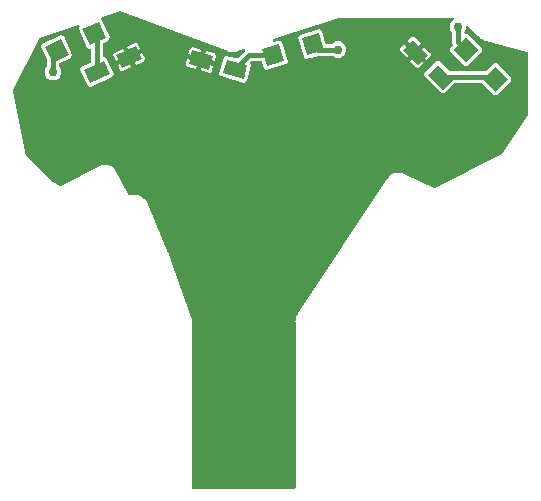
<source format=gbr>
G04 EAGLE Gerber RS-274X export*
G75*
%MOMM*%
%FSLAX34Y34*%
%LPD*%
%INTop Copper*%
%IPPOS*%
%AMOC8*
5,1,8,0,0,1.08239X$1,22.5*%
G01*
%ADD10R,1.500000X1.500000*%
%ADD11R,1.800000X1.200000*%
%ADD12C,0.756400*%
%ADD13C,0.406400*%

G36*
X248792Y8899D02*
X248792Y8899D01*
X248850Y8897D01*
X248932Y8919D01*
X249016Y8931D01*
X249069Y8954D01*
X249125Y8969D01*
X249198Y9012D01*
X249276Y9047D01*
X249320Y9084D01*
X249369Y9114D01*
X249428Y9176D01*
X249493Y9230D01*
X249525Y9279D01*
X249564Y9321D01*
X249603Y9396D01*
X249650Y9467D01*
X249668Y9522D01*
X249694Y9574D01*
X249706Y9642D01*
X249736Y9738D01*
X249739Y9837D01*
X249750Y9905D01*
X249934Y150009D01*
X249926Y150068D01*
X249927Y150127D01*
X249915Y150174D01*
X249913Y150213D01*
X249736Y151082D01*
X249918Y152019D01*
X249924Y152137D01*
X249937Y152211D01*
X249938Y153164D01*
X250278Y153983D01*
X250311Y154107D01*
X250338Y154180D01*
X250507Y155050D01*
X251033Y155846D01*
X251084Y155952D01*
X251124Y156016D01*
X251490Y156897D01*
X252118Y157523D01*
X252195Y157625D01*
X252248Y157682D01*
X327560Y271526D01*
X327603Y271617D01*
X327641Y271675D01*
X328081Y272667D01*
X328628Y273187D01*
X328721Y273305D01*
X328775Y273363D01*
X329191Y273992D01*
X330091Y274599D01*
X330166Y274666D01*
X330223Y274705D01*
X331010Y275454D01*
X331713Y275725D01*
X331845Y275798D01*
X331916Y275831D01*
X332541Y276253D01*
X333605Y276470D01*
X333700Y276503D01*
X333768Y276517D01*
X334781Y276908D01*
X335535Y276889D01*
X335685Y276906D01*
X335763Y276909D01*
X336502Y277060D01*
X337568Y276853D01*
X337669Y276848D01*
X337737Y276834D01*
X338822Y276808D01*
X339512Y276502D01*
X339657Y276460D01*
X339730Y276433D01*
X340470Y276289D01*
X341376Y275690D01*
X341467Y275647D01*
X341525Y275609D01*
X367349Y264154D01*
X367480Y264117D01*
X367610Y264079D01*
X367616Y264079D01*
X367623Y264077D01*
X367758Y264077D01*
X367894Y264076D01*
X367900Y264078D01*
X367907Y264078D01*
X368180Y264158D01*
X368198Y264169D01*
X368215Y264174D01*
X424347Y292241D01*
X424423Y292293D01*
X424442Y292302D01*
X424451Y292309D01*
X424508Y292341D01*
X424537Y292372D01*
X424581Y292402D01*
X424627Y292458D01*
X424659Y292485D01*
X424697Y292542D01*
X424738Y292586D01*
X446615Y325401D01*
X446671Y325517D01*
X446730Y325633D01*
X446732Y325644D01*
X446738Y325657D01*
X446785Y325937D01*
X446783Y325952D01*
X446785Y325964D01*
X446785Y377650D01*
X446777Y377709D01*
X446778Y377769D01*
X446757Y377849D01*
X446745Y377931D01*
X446721Y377986D01*
X446706Y378044D01*
X446663Y378115D01*
X446629Y378191D01*
X446591Y378236D01*
X446560Y378288D01*
X446499Y378344D01*
X446446Y378408D01*
X446396Y378441D01*
X446352Y378482D01*
X446290Y378511D01*
X446209Y378565D01*
X446112Y378596D01*
X446049Y378626D01*
X411210Y388580D01*
X410944Y388617D01*
X410931Y388619D01*
X410475Y388619D01*
X409199Y389148D01*
X409135Y389164D01*
X409089Y389186D01*
X407761Y389565D01*
X407404Y389849D01*
X407173Y389985D01*
X407162Y389992D01*
X406740Y390166D01*
X405764Y391143D01*
X405711Y391183D01*
X405677Y391220D01*
X404595Y392079D01*
X404374Y392477D01*
X404212Y392692D01*
X404205Y392702D01*
X395914Y400993D01*
X395890Y401010D01*
X395871Y401033D01*
X395777Y401096D01*
X395687Y401164D01*
X395659Y401174D01*
X395635Y401190D01*
X395527Y401225D01*
X395421Y401265D01*
X395392Y401267D01*
X395364Y401276D01*
X395250Y401279D01*
X395138Y401288D01*
X395109Y401283D01*
X395080Y401283D01*
X394970Y401255D01*
X394859Y401232D01*
X394833Y401219D01*
X394805Y401212D01*
X394707Y401154D01*
X394607Y401101D01*
X394585Y401081D01*
X394560Y401066D01*
X394483Y400984D01*
X394401Y400906D01*
X394386Y400880D01*
X394366Y400859D01*
X394314Y400758D01*
X394257Y400660D01*
X394250Y400632D01*
X394236Y400606D01*
X394223Y400528D01*
X394187Y400385D01*
X394189Y400322D01*
X394181Y400275D01*
X394181Y398691D01*
X393141Y396181D01*
X393023Y396063D01*
X393005Y396039D01*
X392983Y396020D01*
X392920Y395926D01*
X392852Y395836D01*
X392842Y395808D01*
X392825Y395784D01*
X392791Y395676D01*
X392751Y395570D01*
X392748Y395541D01*
X392740Y395513D01*
X392737Y395400D01*
X392727Y395287D01*
X392733Y395258D01*
X392732Y395229D01*
X392761Y395119D01*
X392783Y395008D01*
X392797Y394982D01*
X392804Y394954D01*
X392862Y394856D01*
X392914Y394756D01*
X392934Y394734D01*
X392949Y394709D01*
X393032Y394632D01*
X393110Y394550D01*
X393135Y394535D01*
X393157Y394515D01*
X393257Y394463D01*
X393355Y394406D01*
X393384Y394399D01*
X393410Y394385D01*
X393487Y394372D01*
X393631Y394336D01*
X393693Y394338D01*
X393741Y394330D01*
X395288Y394330D01*
X407681Y381937D01*
X407681Y379411D01*
X395288Y367019D01*
X392763Y367019D01*
X380370Y379411D01*
X380370Y381937D01*
X382523Y384090D01*
X382524Y384091D01*
X382525Y384092D01*
X382610Y384205D01*
X382694Y384317D01*
X382694Y384318D01*
X382695Y384320D01*
X382743Y384447D01*
X382795Y384582D01*
X382795Y384584D01*
X382796Y384586D01*
X382807Y384724D01*
X382818Y384866D01*
X382818Y384867D01*
X382818Y384869D01*
X382815Y384884D01*
X382763Y385145D01*
X382748Y385172D01*
X382743Y385196D01*
X382269Y386339D01*
X382269Y395050D01*
X382257Y395137D01*
X382254Y395224D01*
X382237Y395277D01*
X382229Y395332D01*
X382194Y395411D01*
X382167Y395495D01*
X382139Y395534D01*
X382113Y395591D01*
X382017Y395704D01*
X381972Y395768D01*
X381559Y396181D01*
X380519Y398691D01*
X380519Y401409D01*
X381559Y403919D01*
X383576Y405936D01*
X383594Y405960D01*
X383616Y405979D01*
X383679Y406073D01*
X383747Y406163D01*
X383757Y406191D01*
X383774Y406215D01*
X383808Y406323D01*
X383848Y406429D01*
X383851Y406458D01*
X383859Y406486D01*
X383862Y406600D01*
X383872Y406712D01*
X383866Y406741D01*
X383867Y406770D01*
X383838Y406880D01*
X383816Y406991D01*
X383802Y407017D01*
X383795Y407045D01*
X383737Y407143D01*
X383685Y407243D01*
X383665Y407265D01*
X383650Y407290D01*
X383567Y407367D01*
X383489Y407449D01*
X383464Y407464D01*
X383442Y407484D01*
X383341Y407536D01*
X383244Y407593D01*
X383215Y407600D01*
X383189Y407614D01*
X383112Y407627D01*
X382968Y407663D01*
X382906Y407661D01*
X382858Y407669D01*
X287255Y407669D01*
X286974Y407629D01*
X286958Y407622D01*
X286943Y407620D01*
X231010Y389563D01*
X230905Y389512D01*
X230797Y389466D01*
X230777Y389450D01*
X230754Y389439D01*
X230667Y389360D01*
X230577Y389287D01*
X230562Y389265D01*
X230543Y389248D01*
X230481Y389149D01*
X230415Y389053D01*
X230407Y389029D01*
X230393Y389007D01*
X230361Y388894D01*
X230324Y388784D01*
X230323Y388758D01*
X230316Y388733D01*
X230316Y388617D01*
X230311Y388500D01*
X230317Y388475D01*
X230317Y388449D01*
X230350Y388337D01*
X230378Y388223D01*
X230390Y388201D01*
X230398Y388176D01*
X230460Y388078D01*
X230518Y387976D01*
X230537Y387958D01*
X230551Y387936D01*
X230638Y387859D01*
X230722Y387778D01*
X230745Y387766D01*
X230764Y387749D01*
X230869Y387699D01*
X230972Y387644D01*
X230998Y387638D01*
X231021Y387627D01*
X231136Y387608D01*
X231250Y387584D01*
X231274Y387586D01*
X231302Y387582D01*
X231443Y387602D01*
X231585Y387616D01*
X236480Y388928D01*
X238668Y387665D01*
X243204Y370737D01*
X241941Y368549D01*
X225012Y364013D01*
X222825Y365276D01*
X221388Y370637D01*
X221363Y370698D01*
X221359Y370711D01*
X221359Y370712D01*
X221345Y370766D01*
X221306Y370830D01*
X221277Y370899D01*
X221234Y370952D01*
X221199Y371010D01*
X221145Y371062D01*
X221098Y371120D01*
X221042Y371158D01*
X220992Y371205D01*
X220925Y371239D01*
X220864Y371282D01*
X220800Y371303D01*
X220739Y371334D01*
X220677Y371345D01*
X220595Y371373D01*
X220481Y371378D01*
X220408Y371390D01*
X213205Y371390D01*
X213118Y371378D01*
X213031Y371375D01*
X212978Y371358D01*
X212923Y371350D01*
X212843Y371314D01*
X212760Y371287D01*
X212721Y371259D01*
X212664Y371234D01*
X212551Y371138D01*
X212487Y371093D01*
X211806Y370412D01*
X211765Y370358D01*
X211717Y370310D01*
X211680Y370245D01*
X211636Y370185D01*
X211611Y370121D01*
X211578Y370062D01*
X211561Y369989D01*
X211534Y369919D01*
X211529Y369851D01*
X211513Y369785D01*
X211517Y369710D01*
X211511Y369636D01*
X211524Y369569D01*
X211528Y369501D01*
X211550Y369442D01*
X211567Y369357D01*
X211619Y369256D01*
X211645Y369187D01*
X212147Y368317D01*
X208388Y354286D01*
X206200Y353024D01*
X186374Y358336D01*
X185111Y360523D01*
X188871Y374554D01*
X191058Y375817D01*
X199784Y373479D01*
X199862Y373469D01*
X199937Y373450D01*
X200002Y373452D01*
X200067Y373444D01*
X200144Y373457D01*
X200221Y373459D01*
X200283Y373479D01*
X200347Y373489D01*
X200418Y373523D01*
X200492Y373547D01*
X200537Y373579D01*
X200604Y373611D01*
X200702Y373696D01*
X200765Y373741D01*
X206230Y379206D01*
X206733Y379709D01*
X206760Y379745D01*
X206793Y379775D01*
X206845Y379858D01*
X206903Y379936D01*
X206920Y379978D01*
X206943Y380017D01*
X206970Y380110D01*
X207005Y380202D01*
X207008Y380247D01*
X207021Y380290D01*
X207020Y380388D01*
X207028Y380485D01*
X207019Y380529D01*
X207019Y380575D01*
X206992Y380668D01*
X206972Y380764D01*
X206952Y380804D01*
X206939Y380847D01*
X206886Y380929D01*
X206841Y381016D01*
X206810Y381049D01*
X206786Y381087D01*
X206713Y381152D01*
X206646Y381222D01*
X206607Y381245D01*
X206573Y381275D01*
X206484Y381317D01*
X206400Y381366D01*
X206356Y381377D01*
X206316Y381396D01*
X206219Y381412D01*
X206125Y381436D01*
X206080Y381435D01*
X206035Y381442D01*
X205960Y381431D01*
X205841Y381427D01*
X205763Y381402D01*
X205703Y381393D01*
X200359Y379668D01*
X200296Y379637D01*
X200245Y379623D01*
X199023Y379058D01*
X198532Y379039D01*
X198296Y378996D01*
X198261Y378990D01*
X197794Y378840D01*
X196452Y378948D01*
X196382Y378944D01*
X196330Y378950D01*
X194984Y378896D01*
X194523Y379066D01*
X194288Y379117D01*
X194254Y379125D01*
X193765Y379164D01*
X192566Y379778D01*
X192500Y379801D01*
X192454Y379827D01*
X101514Y413291D01*
X101483Y413298D01*
X101455Y413311D01*
X101345Y413328D01*
X101236Y413351D01*
X101205Y413349D01*
X101174Y413354D01*
X101096Y413342D01*
X100952Y413332D01*
X100891Y413309D01*
X100842Y413302D01*
X85915Y408326D01*
X85811Y408274D01*
X85705Y408228D01*
X85684Y408211D01*
X85661Y408199D01*
X85575Y408121D01*
X85486Y408046D01*
X85471Y408025D01*
X85451Y408007D01*
X85391Y407908D01*
X85326Y407812D01*
X85317Y407786D01*
X85304Y407764D01*
X85273Y407652D01*
X85237Y407541D01*
X85236Y407515D01*
X85229Y407490D01*
X85231Y407374D01*
X85227Y407257D01*
X85233Y407234D01*
X85233Y407206D01*
X85316Y406936D01*
X85316Y406934D01*
X92624Y391262D01*
X91760Y388889D01*
X87331Y386824D01*
X87229Y386757D01*
X87125Y386695D01*
X87110Y386680D01*
X87093Y386668D01*
X87014Y386577D01*
X86930Y386488D01*
X86921Y386469D01*
X86907Y386453D01*
X86856Y386343D01*
X86801Y386234D01*
X86798Y386216D01*
X86788Y386195D01*
X86745Y385914D01*
X86746Y385908D01*
X86745Y385903D01*
X86745Y375358D01*
X86749Y375335D01*
X86746Y375311D01*
X86752Y375281D01*
X86752Y375280D01*
X86753Y375275D01*
X86768Y375194D01*
X86785Y375077D01*
X86795Y375055D01*
X86799Y375032D01*
X86853Y374926D01*
X86901Y374817D01*
X86917Y374799D01*
X86927Y374778D01*
X87008Y374691D01*
X87085Y374600D01*
X87105Y374587D01*
X87121Y374570D01*
X87188Y374532D01*
X87322Y374443D01*
X87375Y374426D01*
X87413Y374404D01*
X89515Y373639D01*
X95654Y360475D01*
X94790Y358101D01*
X76187Y349427D01*
X73814Y350291D01*
X67675Y363455D01*
X68539Y365829D01*
X75998Y369307D01*
X76100Y369373D01*
X76204Y369435D01*
X76218Y369450D01*
X76236Y369462D01*
X76315Y369553D01*
X76399Y369643D01*
X76408Y369661D01*
X76422Y369677D01*
X76473Y369787D01*
X76528Y369896D01*
X76531Y369914D01*
X76541Y369935D01*
X76584Y370216D01*
X76583Y370222D01*
X76584Y370227D01*
X76584Y380514D01*
X76580Y380537D01*
X76583Y380561D01*
X76560Y380678D01*
X76544Y380795D01*
X76534Y380817D01*
X76530Y380841D01*
X76476Y380946D01*
X76428Y381055D01*
X76412Y381073D01*
X76401Y381094D01*
X76321Y381181D01*
X76244Y381272D01*
X76224Y381285D01*
X76208Y381302D01*
X76141Y381340D01*
X76007Y381429D01*
X75954Y381446D01*
X75916Y381468D01*
X73503Y382346D01*
X66097Y398229D01*
X66824Y400227D01*
X66847Y400338D01*
X66877Y400447D01*
X66876Y400476D01*
X66882Y400505D01*
X66874Y400618D01*
X66873Y400731D01*
X66864Y400759D01*
X66862Y400788D01*
X66823Y400895D01*
X66790Y401003D01*
X66774Y401028D01*
X66764Y401055D01*
X66696Y401147D01*
X66634Y401242D01*
X66612Y401261D01*
X66595Y401284D01*
X66505Y401353D01*
X66419Y401427D01*
X66393Y401440D01*
X66370Y401458D01*
X66264Y401499D01*
X66161Y401546D01*
X66132Y401551D01*
X66105Y401562D01*
X65992Y401572D01*
X65880Y401589D01*
X65854Y401585D01*
X65822Y401588D01*
X65574Y401541D01*
X65549Y401537D01*
X32751Y390605D01*
X32672Y390565D01*
X32590Y390535D01*
X32546Y390502D01*
X32496Y390478D01*
X32432Y390419D01*
X32361Y390367D01*
X32333Y390328D01*
X32287Y390285D01*
X32210Y390159D01*
X32164Y390095D01*
X10571Y346910D01*
X10562Y346883D01*
X10547Y346858D01*
X10517Y346748D01*
X10481Y346640D01*
X10479Y346612D01*
X10472Y346584D01*
X10475Y346506D01*
X10469Y346356D01*
X10483Y346296D01*
X10485Y346249D01*
X21968Y291087D01*
X22010Y290968D01*
X22049Y290849D01*
X22058Y290837D01*
X22064Y290819D01*
X22231Y290589D01*
X22239Y290583D01*
X22244Y290576D01*
X44002Y268817D01*
X44230Y268646D01*
X44251Y268638D01*
X44266Y268627D01*
X50346Y265587D01*
X50362Y265582D01*
X50376Y265572D01*
X50497Y265536D01*
X50616Y265497D01*
X50632Y265496D01*
X50649Y265491D01*
X50775Y265490D01*
X50900Y265485D01*
X50916Y265489D01*
X50933Y265489D01*
X51001Y265509D01*
X51176Y265552D01*
X51218Y265576D01*
X51254Y265587D01*
X82368Y281144D01*
X86164Y283042D01*
X90196Y283328D01*
X94031Y282050D01*
X97084Y279402D01*
X107599Y258372D01*
X107660Y258283D01*
X107716Y258190D01*
X107741Y258167D01*
X107761Y258138D01*
X107844Y258070D01*
X107923Y257996D01*
X107954Y257980D01*
X107981Y257958D01*
X108080Y257915D01*
X108176Y257866D01*
X108207Y257861D01*
X108242Y257846D01*
X108456Y257819D01*
X108507Y257811D01*
X114232Y257811D01*
X114238Y257812D01*
X114244Y257811D01*
X116262Y257835D01*
X118125Y257063D01*
X118132Y257062D01*
X118137Y257059D01*
X120010Y256309D01*
X121438Y254882D01*
X121443Y254878D01*
X121447Y254873D01*
X122889Y253465D01*
X123662Y251600D01*
X123665Y251594D01*
X123667Y251589D01*
X141947Y208935D01*
X141947Y208934D01*
X141947Y208933D01*
X141953Y208924D01*
X142094Y208692D01*
X142116Y208672D01*
X142129Y208651D01*
X142221Y208551D01*
X142796Y206957D01*
X142812Y206928D01*
X142818Y206902D01*
X143485Y205345D01*
X143487Y205209D01*
X143487Y205208D01*
X143487Y205207D01*
X143489Y205197D01*
X143530Y204928D01*
X143543Y204901D01*
X143547Y204877D01*
X161615Y154823D01*
X161627Y154800D01*
X161632Y154779D01*
X162307Y153151D01*
X162307Y153085D01*
X162308Y153078D01*
X162307Y153071D01*
X162316Y153023D01*
X162324Y152960D01*
X162324Y152940D01*
X162331Y152912D01*
X162347Y152804D01*
X162362Y152770D01*
X162367Y152741D01*
X162389Y152679D01*
X162308Y150918D01*
X162310Y150893D01*
X162307Y150871D01*
X162307Y9906D01*
X162315Y9848D01*
X162313Y9790D01*
X162335Y9708D01*
X162347Y9624D01*
X162370Y9571D01*
X162385Y9515D01*
X162428Y9442D01*
X162463Y9365D01*
X162501Y9320D01*
X162530Y9270D01*
X162592Y9212D01*
X162646Y9148D01*
X162695Y9116D01*
X162738Y9076D01*
X162813Y9037D01*
X162883Y8990D01*
X162939Y8973D01*
X162991Y8946D01*
X163059Y8935D01*
X163154Y8905D01*
X163254Y8902D01*
X163322Y8891D01*
X248735Y8891D01*
X248792Y8899D01*
G37*
%LPC*%
G36*
X417511Y342270D02*
X417511Y342270D01*
X407459Y352322D01*
X407390Y352375D01*
X407326Y352435D01*
X407276Y352460D01*
X407232Y352493D01*
X407151Y352524D01*
X407073Y352564D01*
X407025Y352572D01*
X406967Y352594D01*
X406819Y352607D01*
X406742Y352620D01*
X384929Y352620D01*
X384842Y352607D01*
X384755Y352605D01*
X384702Y352588D01*
X384647Y352580D01*
X384567Y352544D01*
X384484Y352517D01*
X384445Y352489D01*
X384388Y352464D01*
X384275Y352368D01*
X384211Y352322D01*
X375934Y344045D01*
X373408Y344045D01*
X358894Y358559D01*
X358894Y361085D01*
X369165Y371356D01*
X371691Y371356D01*
X379968Y363079D01*
X380038Y363026D01*
X380102Y362966D01*
X380151Y362941D01*
X380195Y362908D01*
X380277Y362877D01*
X380355Y362837D01*
X380403Y362829D01*
X380461Y362806D01*
X380609Y362794D01*
X380686Y362781D01*
X410291Y362781D01*
X410378Y362793D01*
X410465Y362796D01*
X410518Y362813D01*
X410573Y362821D01*
X410653Y362857D01*
X410736Y362884D01*
X410775Y362912D01*
X410832Y362937D01*
X410945Y363033D01*
X411009Y363079D01*
X417511Y369581D01*
X420037Y369581D01*
X432430Y357188D01*
X432430Y354663D01*
X420037Y342270D01*
X417511Y342270D01*
G37*
%LPD*%
%LPC*%
G36*
X256632Y374335D02*
X256632Y374335D01*
X252096Y391263D01*
X253359Y393451D01*
X270288Y397987D01*
X272475Y396724D01*
X275125Y386833D01*
X275152Y386770D01*
X275169Y386705D01*
X275207Y386640D01*
X275236Y386572D01*
X275279Y386519D01*
X275314Y386460D01*
X275369Y386409D01*
X275416Y386351D01*
X275472Y386312D01*
X275522Y386266D01*
X275588Y386232D01*
X275649Y386189D01*
X275714Y386167D01*
X275775Y386136D01*
X275837Y386126D01*
X275919Y386098D01*
X276033Y386093D01*
X276106Y386081D01*
X280750Y386081D01*
X280837Y386093D01*
X280924Y386096D01*
X280977Y386113D01*
X281032Y386121D01*
X281111Y386156D01*
X281195Y386183D01*
X281234Y386211D01*
X281291Y386237D01*
X281404Y386333D01*
X281468Y386378D01*
X281881Y386791D01*
X284391Y387831D01*
X287109Y387831D01*
X289619Y386791D01*
X291541Y384869D01*
X292581Y382359D01*
X292581Y379641D01*
X291541Y377131D01*
X289619Y375209D01*
X287109Y374169D01*
X284391Y374169D01*
X281881Y375209D01*
X281468Y375622D01*
X281398Y375674D01*
X281334Y375734D01*
X281285Y375760D01*
X281241Y375793D01*
X281159Y375824D01*
X281081Y375864D01*
X281034Y375872D01*
X280975Y375894D01*
X280827Y375906D01*
X280750Y375919D01*
X269579Y375919D01*
X269373Y375890D01*
X269316Y375885D01*
X258820Y373072D01*
X256632Y374335D01*
G37*
%LPD*%
%LPC*%
G36*
X43091Y355119D02*
X43091Y355119D01*
X40581Y356159D01*
X38659Y358081D01*
X37619Y360591D01*
X37619Y363309D01*
X38659Y365819D01*
X39072Y366232D01*
X39124Y366302D01*
X39184Y366366D01*
X39210Y366415D01*
X39243Y366459D01*
X39274Y366541D01*
X39314Y366619D01*
X39322Y366666D01*
X39344Y366725D01*
X39356Y366873D01*
X39369Y366950D01*
X39369Y372504D01*
X39362Y372557D01*
X39364Y372610D01*
X39345Y372680D01*
X39329Y372786D01*
X39292Y372870D01*
X39274Y372934D01*
X34376Y383438D01*
X35240Y385811D01*
X51123Y393218D01*
X53497Y392354D01*
X60903Y376470D01*
X60040Y374097D01*
X50117Y369470D01*
X50015Y369404D01*
X49910Y369341D01*
X49896Y369326D01*
X49879Y369315D01*
X49799Y369223D01*
X49716Y369134D01*
X49706Y369116D01*
X49693Y369100D01*
X49642Y368990D01*
X49586Y368881D01*
X49583Y368863D01*
X49574Y368842D01*
X49531Y368561D01*
X49532Y368555D01*
X49531Y368550D01*
X49531Y366950D01*
X49543Y366863D01*
X49546Y366776D01*
X49563Y366723D01*
X49571Y366668D01*
X49606Y366589D01*
X49633Y366505D01*
X49661Y366466D01*
X49687Y366409D01*
X49783Y366296D01*
X49828Y366232D01*
X50241Y365819D01*
X51281Y363309D01*
X51281Y360591D01*
X50241Y358081D01*
X48319Y356159D01*
X45809Y355119D01*
X43091Y355119D01*
G37*
%LPD*%
%LPC*%
G36*
X107067Y383234D02*
X107067Y383234D01*
X113686Y386321D01*
X114345Y386437D01*
X115011Y386378D01*
X115640Y386150D01*
X116188Y385766D01*
X116618Y385253D01*
X118437Y381353D01*
X109818Y377334D01*
X107067Y383234D01*
G37*
%LPD*%
%LPC*%
G36*
X95699Y375499D02*
X95699Y375499D01*
X95583Y376158D01*
X95641Y376824D01*
X95870Y377453D01*
X96254Y378001D01*
X96766Y378431D01*
X103385Y381517D01*
X106136Y375617D01*
X97518Y371599D01*
X95699Y375499D01*
G37*
%LPD*%
%LPC*%
G36*
X111535Y373653D02*
X111535Y373653D01*
X120153Y377671D01*
X121972Y373771D01*
X122088Y373113D01*
X122030Y372446D01*
X121801Y371817D01*
X121417Y371269D01*
X120905Y370839D01*
X114286Y367753D01*
X111535Y373653D01*
G37*
%LPD*%
%LPC*%
G36*
X102660Y362892D02*
X102660Y362892D01*
X102031Y363121D01*
X101483Y363504D01*
X101053Y364017D01*
X99234Y367917D01*
X107853Y371936D01*
X110604Y366036D01*
X103985Y362950D01*
X103326Y362833D01*
X102660Y362892D01*
G37*
%LPD*%
%LPC*%
G36*
X172158Y373616D02*
X172158Y373616D01*
X173843Y379904D01*
X180898Y378013D01*
X181477Y377679D01*
X181950Y377206D01*
X182285Y376627D01*
X182458Y375980D01*
X182458Y375311D01*
X181344Y371155D01*
X172158Y373616D01*
G37*
%LPD*%
%LPC*%
G36*
X159049Y377129D02*
X159049Y377129D01*
X160163Y381285D01*
X160497Y381865D01*
X160970Y382338D01*
X161550Y382672D01*
X162196Y382845D01*
X162865Y382845D01*
X169919Y380955D01*
X168234Y374667D01*
X159049Y377129D01*
G37*
%LPD*%
%LPC*%
G36*
X176477Y361514D02*
X176477Y361514D01*
X169422Y363404D01*
X171107Y369692D01*
X180293Y367231D01*
X179179Y363074D01*
X178844Y362495D01*
X178371Y362022D01*
X177792Y361687D01*
X177146Y361514D01*
X176477Y361514D01*
G37*
%LPD*%
%LPC*%
G36*
X344626Y388496D02*
X344626Y388496D01*
X347669Y391539D01*
X348248Y391874D01*
X348895Y392047D01*
X349564Y392047D01*
X350210Y391874D01*
X350789Y391539D01*
X355953Y386375D01*
X351350Y381772D01*
X344626Y388496D01*
G37*
%LPD*%
%LPC*%
G36*
X354223Y378899D02*
X354223Y378899D01*
X358826Y383502D01*
X363990Y378338D01*
X364325Y377759D01*
X364498Y377113D01*
X364498Y376444D01*
X364325Y375797D01*
X363990Y375218D01*
X360947Y372175D01*
X354223Y378899D01*
G37*
%LPD*%
%LPC*%
G36*
X158444Y366346D02*
X158444Y366346D01*
X157864Y366680D01*
X157391Y367153D01*
X157057Y367733D01*
X156884Y368379D01*
X156884Y369048D01*
X157998Y373205D01*
X167183Y370743D01*
X165498Y364456D01*
X158444Y366346D01*
G37*
%LPD*%
%LPC*%
G36*
X338711Y379461D02*
X338711Y379461D01*
X338376Y380040D01*
X338203Y380686D01*
X338203Y381355D01*
X338376Y382002D01*
X338711Y382581D01*
X341754Y385624D01*
X348478Y378899D01*
X343875Y374297D01*
X338711Y379461D01*
G37*
%LPD*%
%LPC*%
G36*
X353137Y365752D02*
X353137Y365752D01*
X352491Y365925D01*
X351912Y366260D01*
X346748Y371424D01*
X351350Y376027D01*
X358075Y369303D01*
X355032Y366260D01*
X354453Y365925D01*
X353806Y365752D01*
X353137Y365752D01*
G37*
%LPD*%
%LPC*%
G36*
X351349Y378900D02*
X351349Y378900D01*
X351350Y378901D01*
X351352Y378900D01*
X351350Y378898D01*
X351349Y378900D01*
G37*
%LPD*%
%LPC*%
G36*
X108834Y374635D02*
X108834Y374635D01*
X108836Y374636D01*
X108837Y374635D01*
X108835Y374634D01*
X108834Y374635D01*
G37*
%LPD*%
%LPC*%
G36*
X169670Y372179D02*
X169670Y372179D01*
X169670Y372181D01*
X169672Y372180D01*
X169671Y372179D01*
X169670Y372179D01*
G37*
%LPD*%
D10*
G36*
X404632Y380674D02*
X394026Y370068D01*
X383420Y380674D01*
X394026Y391280D01*
X404632Y380674D01*
G37*
G36*
X429380Y355926D02*
X418774Y345320D01*
X408168Y355926D01*
X418774Y366532D01*
X429380Y355926D01*
G37*
G36*
X259251Y376344D02*
X255369Y390832D01*
X269857Y394714D01*
X273739Y380226D01*
X259251Y376344D01*
G37*
G36*
X225443Y367286D02*
X221561Y381774D01*
X236049Y385656D01*
X239931Y371168D01*
X225443Y367286D01*
G37*
G36*
X51267Y389920D02*
X57606Y376327D01*
X44013Y369988D01*
X37674Y383581D01*
X51267Y389920D01*
G37*
G36*
X82987Y404712D02*
X89326Y391119D01*
X75733Y384780D01*
X69394Y398373D01*
X82987Y404712D01*
G37*
D11*
G36*
X92356Y360331D02*
X76043Y352724D01*
X70972Y363599D01*
X87285Y371206D01*
X92356Y360331D01*
G37*
G36*
X119528Y373001D02*
X103215Y365394D01*
X98144Y376269D01*
X114457Y383876D01*
X119528Y373001D01*
G37*
G36*
X191489Y372544D02*
X208875Y367886D01*
X205769Y356296D01*
X188383Y360954D01*
X191489Y372544D01*
G37*
G36*
X162531Y380304D02*
X179917Y375646D01*
X176811Y364056D01*
X159425Y368714D01*
X162531Y380304D01*
G37*
G36*
X370429Y368306D02*
X383156Y355579D01*
X374671Y347094D01*
X361944Y359821D01*
X370429Y368306D01*
G37*
G36*
X349229Y389506D02*
X361956Y376779D01*
X353471Y368294D01*
X340744Y381021D01*
X349229Y389506D01*
G37*
D12*
X139700Y381000D03*
D13*
X81664Y392442D02*
X81664Y361965D01*
X81664Y392442D02*
X79360Y394746D01*
X198629Y364420D02*
X210680Y376471D01*
X230746Y376471D01*
X372550Y357700D02*
X417000Y357700D01*
X418774Y355926D01*
X394026Y380674D02*
X387350Y387350D01*
X387350Y400050D01*
D12*
X387350Y400050D03*
D13*
X269083Y381000D02*
X264554Y385529D01*
X269083Y381000D02*
X285750Y381000D01*
D12*
X285750Y381000D03*
D13*
X47640Y379954D02*
X47640Y377840D01*
X44450Y374650D01*
X44450Y361950D01*
D12*
X44450Y361950D03*
M02*

</source>
